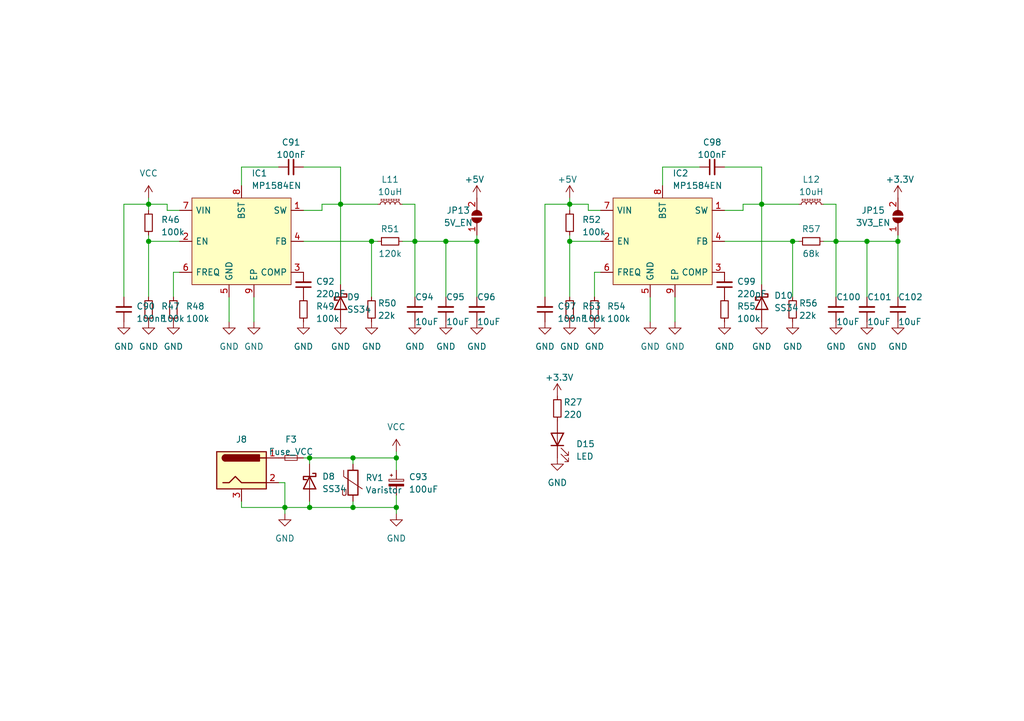
<source format=kicad_sch>
(kicad_sch (version 20230121) (generator eeschema)
  (paper "A5")
  (lib_symbols
    (symbol "Anh_Symbols:Conn_Jack-DC" (pin_names (offset 1.016))
      (property "Reference" "J1" (at 0 8.89 0))
      (symbol "Conn_Jack-DC_0_1"
        (rectangle (start -5.08 3.81) (end 5.08 -3.81) (stroke (width 0.254)) (fill (type background)))
        (arc (start -3.302 3.175) (mid -3.9343 2.54) (end -3.302 1.905) (stroke (width 0.254)))
        (arc (start -3.302 3.175) (mid -3.9343 2.54) (end -3.302 1.905) (stroke (width 0.254)) (fill (type outline)))
        (polyline (pts (xy 5.08 2.54) (xy 3.81 2.54)) (stroke (width 0.254)))
        (polyline (pts (xy -3.81 -2.54) (xy -2.54 -2.54) (xy -1.27 -1.27) (xy 0 -2.54) (xy 2.54 -2.54) (xy 5.08 -2.54)) (stroke (width 0.254)))
        (rectangle (start 3.683 3.175) (end -3.302 1.905) (stroke (width 0.254)) (fill (type outline)))
      )
      (symbol "Conn_Jack-DC_1_1"
        (pin passive line (at 7.62 2.54 180) (length 2.54) (name "~") (number "1"))
        (pin passive line (at 7.62 -2.54 180) (length 2.54) (name "~") (number "2"))
        (pin passive line (at 0 -6.35 90) (length 2.54) (name "~") (number "3"))
      )
    )
    (symbol "Anh_Symbols:MP1584EN" (pin_names (offset 0.762))
      (property "Reference" "IC" (at -5.08 11.43 0))
      (property "Value" "MP1584EN" (at 1.27 11.43 0))
      (symbol "MP1584EN_0_0"
        (pin power_out line (at 12.7 6.35 180) (length 2.54) (name "SW") (number "1"))
        (pin input line (at -12.7 0 0) (length 2.54) (name "EN") (number "2"))
        (pin input line (at 12.7 -6.35 180) (length 2.54) (name "COMP") (number "3"))
        (pin input line (at 12.7 0 180) (length 2.54) (name "FB") (number "4"))
        (pin power_in line (at -2.54 -11.43 90) (length 2.54) (name "GND") (number "5"))
        (pin input line (at -12.7 -6.35 0) (length 2.54) (name "FREQ") (number "6"))
        (pin power_in line (at -12.7 6.35 0) (length 2.54) (name "VIN") (number "7"))
        (pin input line (at 0 11.43 270) (length 2.54) (name "BST") (number "8"))
        (pin power_in line (at 2.54 -11.43 90) (length 2.54) (name "EP") (number "9"))
      )
      (symbol "MP1584EN_0_1"
        (polyline (pts (xy -10.16 8.89) (xy 10.16 8.89) (xy 10.16 -8.89) (xy -10.16 -8.89) (xy -10.16 8.89)) (stroke (width 0.1524)) (fill (type background)))
      )
    )
    (symbol "Device:C_Polarized_Small" (pin_numbers hide) (pin_names (offset 0.254) hide)
      (property "Reference" "C" (at 0.254 1.778 0))
      (property "Value" "C_Polarized_Small" (at 0.254 -2.032 0))
      (symbol "C_Polarized_Small_0_1"
        (rectangle (start -1.524 -0.3048) (end 1.524 -0.6858) (fill (type outline)))
        (rectangle (start -1.524 0.6858) (end 1.524 0.3048))
        (polyline (pts (xy -1.27 1.524) (xy -0.762 1.524)))
        (polyline (pts (xy -1.016 1.27) (xy -1.016 1.778)))
      )
      (symbol "C_Polarized_Small_1_1"
        (pin passive line (at 0 2.54 270) (length 1.8542) (name "~") (number "1"))
        (pin passive line (at 0 -2.54 90) (length 1.8542) (name "~") (number "2"))
      )
    )
    (symbol "Device:C_Small" (pin_numbers hide) (pin_names (offset 0.254) hide)
      (property "Reference" "C" (at 0.254 1.778 0))
      (property "Value" "C_Small" (at 0.254 -2.032 0))
      (symbol "C_Small_0_1"
        (polyline (pts (xy -1.524 -0.508) (xy 1.524 -0.508)) (stroke (width 0.3302)))
        (polyline (pts (xy -1.524 0.508) (xy 1.524 0.508)) (stroke (width 0.3048)))
      )
      (symbol "C_Small_1_1"
        (pin passive line (at 0 2.54 270) (length 2.032) (name "~") (number "1"))
        (pin passive line (at 0 -2.54 90) (length 2.032) (name "~") (number "2"))
      )
    )
    (symbol "Device:Fuse_Small" (pin_numbers hide) (pin_names (offset 0.254) hide)
      (property "Reference" "F" (at 0 -1.524 0))
      (property "Value" "Fuse_Small" (at 0 1.524 0))
      (symbol "Fuse_Small_0_1"
        (rectangle (start -1.27 0.508) (end 1.27 -0.508))
        (polyline (pts (xy -1.27 0) (xy 1.27 0)))
      )
      (symbol "Fuse_Small_1_1"
        (pin passive line (at -2.54 0 0) (length 1.27) (name "~") (number "1"))
        (pin passive line (at 2.54 0 180) (length 1.27) (name "~") (number "2"))
      )
    )
    (symbol "Device:LED" (pin_numbers hide) (pin_names (offset 1.016) hide)
      (property "Reference" "D" (at 0 2.54 0))
      (property "Value" "LED" (at 0 -2.54 0))
      (symbol "LED_0_1"
        (polyline (pts (xy -1.27 -1.27) (xy -1.27 1.27)) (stroke (width 0.254)))
        (polyline (pts (xy -1.27 0) (xy 1.27 0)))
        (polyline (pts (xy 1.27 -1.27) (xy 1.27 1.27) (xy -1.27 0) (xy 1.27 -1.27)) (stroke (width 0.254)))
        (polyline (pts (xy -3.048 -0.762) (xy -4.572 -2.286) (xy -3.81 -2.286) (xy -4.572 -2.286) (xy -4.572 -1.524)))
        (polyline (pts (xy -1.778 -0.762) (xy -3.302 -2.286) (xy -2.54 -2.286) (xy -3.302 -2.286) (xy -3.302 -1.524)))
      )
      (symbol "LED_1_1"
        (pin passive line (at -3.81 0 0) (length 2.54) (name "K") (number "1"))
        (pin passive line (at 3.81 0 180) (length 2.54) (name "A") (number "2"))
      )
    )
    (symbol "Device:L_Ferrite_Small" (pin_numbers hide) (pin_names (offset 0.254) hide)
      (property "Reference" "L" (at 1.27 1.016 0))
      (property "Value" "L_Ferrite_Small" (at 1.27 -1.27 0))
      (symbol "L_Ferrite_Small_0_1"
        (arc (start 0 -2.032) (mid 0.5058 -1.524) (end 0 -1.016))
        (arc (start 0 -1.016) (mid 0.5058 -0.508) (end 0 0))
        (polyline (pts (xy 0.762 -1.905) (xy 0.762 -1.651)))
        (polyline (pts (xy 0.762 -1.397) (xy 0.762 -1.143)))
        (polyline (pts (xy 0.762 -0.889) (xy 0.762 -0.635)))
        (polyline (pts (xy 0.762 -0.381) (xy 0.762 -0.127)))
        (polyline (pts (xy 0.762 0.127) (xy 0.762 0.381)))
        (polyline (pts (xy 0.762 0.635) (xy 0.762 0.889)))
        (polyline (pts (xy 0.762 1.143) (xy 0.762 1.397)))
        (polyline (pts (xy 0.762 1.651) (xy 0.762 1.905)))
        (polyline (pts (xy 1.016 -1.651) (xy 1.016 -1.905)))
        (polyline (pts (xy 1.016 -1.143) (xy 1.016 -1.397)))
        (polyline (pts (xy 1.016 -0.635) (xy 1.016 -0.889)))
        (polyline (pts (xy 1.016 -0.127) (xy 1.016 -0.381)))
        (polyline (pts (xy 1.016 0.381) (xy 1.016 0.127)))
        (polyline (pts (xy 1.016 0.889) (xy 1.016 0.635)))
        (polyline (pts (xy 1.016 1.397) (xy 1.016 1.143)))
        (polyline (pts (xy 1.016 1.905) (xy 1.016 1.651)))
        (arc (start 0 0) (mid 0.5058 0.508) (end 0 1.016))
        (arc (start 0 1.016) (mid 0.5058 1.524) (end 0 2.032))
      )
      (symbol "L_Ferrite_Small_1_1"
        (pin passive line (at 0 2.54 270) (length 0.508) (name "~") (number "1"))
        (pin passive line (at 0 -2.54 90) (length 0.508) (name "~") (number "2"))
      )
    )
    (symbol "Device:R_Small" (pin_numbers hide) (pin_names (offset 0.254) hide)
      (property "Reference" "R" (at 0.762 0.508 0))
      (property "Value" "R_Small" (at 0.762 -1.016 0))
      (symbol "R_Small_0_1"
        (rectangle (start -0.762 1.778) (end 0.762 -1.778) (stroke (width 0.2032)))
      )
      (symbol "R_Small_1_1"
        (pin passive line (at 0 2.54 270) (length 0.762) (name "~") (number "1"))
        (pin passive line (at 0 -2.54 90) (length 0.762) (name "~") (number "2"))
      )
    )
    (symbol "Device:Varistor" (pin_numbers hide) (pin_names (offset 0))
      (property "Reference" "RV" (at 3.175 0 90))
      (property "Value" "Varistor" (at -3.175 0 90))
      (symbol "Varistor_0_0"
        (text "U" (at -1.778 -2.032 0) (effects (font (size 1.27 1.27))))
      )
      (symbol "Varistor_0_1"
        (rectangle (start -1.016 -2.54) (end 1.016 2.54) (stroke (width 0.254)))
        (polyline (pts (xy -1.905 2.54) (xy -1.905 1.27) (xy 1.905 -1.27)))
      )
      (symbol "Varistor_1_1"
        (pin passive line (at 0 3.81 270) (length 1.27) (name "~") (number "1"))
        (pin passive line (at 0 -3.81 90) (length 1.27) (name "~") (number "2"))
      )
    )
    (symbol "Diode:CDBA340-HF" (pin_numbers hide) (pin_names hide)
      (property "Reference" "D" (at 0 2.54 0))
      (property "Value" "CDBA340-HF" (at 0 -2.54 0))
      (symbol "CDBA340-HF_0_1"
        (polyline (pts (xy 1.27 0) (xy -1.27 0)))
        (polyline (pts (xy 1.27 1.27) (xy 1.27 -1.27) (xy -1.27 0) (xy 1.27 1.27)) (stroke (width 0.254)))
        (polyline (pts (xy -1.905 0.635) (xy -1.905 1.27) (xy -1.27 1.27) (xy -1.27 -1.27) (xy -0.635 -1.27) (xy -0.635 -0.635)) (stroke (width 0.254)))
      )
      (symbol "CDBA340-HF_1_1"
        (pin passive line (at -3.81 0 0) (length 2.54) (name "K") (number "1"))
        (pin passive line (at 3.81 0 180) (length 2.54) (name "A") (number "2"))
      )
    )
    (symbol "Jumper:SolderJumper_2_Open" (pin_names (offset 0) hide)
      (property "Reference" "JP" (at 0 2.032 0))
      (property "Value" "SolderJumper_2_Open" (at 0 -2.54 0))
      (symbol "SolderJumper_2_Open_0_1"
        (arc (start -0.254 1.016) (mid -1.2656 0) (end -0.254 -1.016))
        (arc (start -0.254 1.016) (mid -1.2656 0) (end -0.254 -1.016) (fill (type outline)))
        (polyline (pts (xy -0.254 1.016) (xy -0.254 -1.016)))
        (polyline (pts (xy 0.254 1.016) (xy 0.254 -1.016)))
        (arc (start 0.254 -1.016) (mid 1.2656 0) (end 0.254 1.016))
        (arc (start 0.254 -1.016) (mid 1.2656 0) (end 0.254 1.016) (fill (type outline)))
      )
      (symbol "SolderJumper_2_Open_1_1"
        (pin passive line (at -3.81 0 0) (length 2.54) (name "A") (number "1"))
        (pin passive line (at 3.81 0 180) (length 2.54) (name "B") (number "2"))
      )
    )
    (symbol "MP1584EN_1" (pin_names (offset 0.762))
      (property "Reference" "IC" (at -5.08 11.43 0))
      (property "Value" "MP1584EN_1" (at 1.27 11.43 0))
      (symbol "MP1584EN_1_0_0"
        (pin power_out line (at 12.7 6.35 180) (length 2.54) (name "SW") (number "1"))
        (pin input line (at -12.7 0 0) (length 2.54) (name "EN") (number "2"))
        (pin input line (at 12.7 -6.35 180) (length 2.54) (name "COMP") (number "3"))
        (pin input line (at 12.7 0 180) (length 2.54) (name "FB") (number "4"))
        (pin power_in line (at -2.54 -11.43 90) (length 2.54) (name "GND") (number "5"))
        (pin input line (at -12.7 -6.35 0) (length 2.54) (name "FREQ") (number "6"))
        (pin power_in line (at -12.7 6.35 0) (length 2.54) (name "VIN") (number "7"))
        (pin input line (at 0 11.43 270) (length 2.54) (name "BST") (number "8"))
        (pin power_in line (at 2.54 -11.43 90) (length 2.54) (name "EP") (number "9"))
      )
      (symbol "MP1584EN_1_0_1"
        (polyline (pts (xy -10.16 8.89) (xy 10.16 8.89) (xy 10.16 -8.89) (xy -10.16 -8.89) (xy -10.16 8.89)) (stroke (width 0.1524)) (fill (type background)))
      )
    )
    (symbol "power:+3.3V" (power) (pin_names (offset 0))
      (property "Value" "+3.3V" (at 0 3.556 0))
      (symbol "+3.3V_0_1"
        (polyline (pts (xy -0.762 1.27) (xy 0 2.54)))
        (polyline (pts (xy 0 0) (xy 0 2.54)))
        (polyline (pts (xy 0 2.54) (xy 0.762 1.27)))
      )
      (symbol "+3.3V_1_1"
        (pin power_in line (at 0 0 90) (length 0) hide (name "+3.3V") (number "1"))
      )
    )
    (symbol "power:+5V" (power) (pin_names (offset 0))
      (property "Value" "+5V" (at 0 3.556 0))
      (symbol "+5V_0_1"
        (polyline (pts (xy -0.762 1.27) (xy 0 2.54)))
        (polyline (pts (xy 0 0) (xy 0 2.54)))
        (polyline (pts (xy 0 2.54) (xy 0.762 1.27)))
      )
      (symbol "+5V_1_1"
        (pin power_in line (at 0 0 90) (length 0) hide (name "+5V") (number "1"))
      )
    )
    (symbol "power:GND" (power) (pin_names (offset 0))
      (property "Value" "GND" (at 0 -3.81 0))
      (symbol "GND_0_1"
        (polyline (pts (xy 0 0) (xy 0 -1.27) (xy 1.27 -1.27) (xy 0 -2.54) (xy -1.27 -1.27) (xy 0 -1.27)))
      )
      (symbol "GND_1_1"
        (pin power_in line (at 0 0 270) (length 0) hide (name "GND") (number "1"))
      )
    )
    (symbol "power:VCC" (power) (pin_names (offset 0))
      (property "Value" "VCC" (at 0 3.81 0))
      (symbol "VCC_0_1"
        (polyline (pts (xy -0.762 1.27) (xy 0 2.54)))
        (polyline (pts (xy 0 0) (xy 0 2.54)))
        (polyline (pts (xy 0 2.54) (xy 0.762 1.27)))
      )
      (symbol "VCC_1_1"
        (pin power_in line (at 0 0 90) (length 0) hide (name "VCC") (number "1"))
      )
    )
  )
  (junction (at 177.8 49.53))
  (junction (at 69.85 41.91))
  (junction (at 184.15 49.53))
  (junction (at 30.48 49.53))
  (junction (at 72.39 104.14))
  (junction (at 116.84 49.53))
  (junction (at 156.21 41.91))
  (junction (at 30.48 41.91))
  (junction (at 76.2 49.53))
  (junction (at 97.79 49.53))
  (junction (at 162.56 49.53))
  (junction (at 91.44 49.53))
  (junction (at 85.09 49.53))
  (junction (at 58.42 104.14))
  (junction (at 171.45 49.53))
  (junction (at 72.39 93.98))
  (junction (at 81.28 93.98))
  (junction (at 63.5 93.98))
  (junction (at 81.28 104.14))
  (junction (at 63.5 104.14))
  (junction (at 116.84 41.91))
  (wire (pts (xy 76.2 49.53) (xy 62.23 49.53)))
  (wire (pts (xy 116.84 40.64) (xy 116.84 41.91)))
  (wire (pts (xy 156.21 41.91) (xy 152.4 41.91)))
  (wire (pts (xy 156.21 41.91) (xy 163.83 41.91)))
  (wire (pts (xy 152.4 41.91) (xy 152.4 43.18)))
  (wire (pts (xy 91.44 60.96) (xy 91.44 49.53)))
  (wire (pts (xy 123.19 49.53) (xy 116.84 49.53)))
  (wire (pts (xy 35.56 60.96) (xy 35.56 55.88)))
  (wire (pts (xy 81.28 92.71) (xy 81.28 93.98)))
  (wire (pts (xy 133.35 60.96) (xy 133.35 66.04)))
  (wire (pts (xy 52.07 60.96) (xy 52.07 66.04)))
  (wire (pts (xy 63.5 93.98) (xy 62.23 93.98)))
  (wire (pts (xy 168.91 41.91) (xy 171.45 41.91)))
  (wire (pts (xy 143.51 34.29) (xy 135.89 34.29)))
  (wire (pts (xy 91.44 49.53) (xy 97.79 49.53)))
  (wire (pts (xy 57.15 34.29) (xy 49.53 34.29)))
  (wire (pts (xy 85.09 41.91) (xy 85.09 49.53)))
  (wire (pts (xy 46.99 60.96) (xy 46.99 66.04)))
  (wire (pts (xy 30.48 41.91) (xy 30.48 43.18)))
  (wire (pts (xy 121.92 55.88) (xy 123.19 55.88)))
  (wire (pts (xy 152.4 43.18) (xy 148.59 43.18)))
  (wire (pts (xy 72.39 93.98) (xy 72.39 95.25)))
  (wire (pts (xy 121.92 60.96) (xy 121.92 55.88)))
  (wire (pts (xy 25.4 60.96) (xy 25.4 41.91)))
  (wire (pts (xy 76.2 60.96) (xy 76.2 49.53)))
  (wire (pts (xy 111.76 41.91) (xy 116.84 41.91)))
  (wire (pts (xy 171.45 49.53) (xy 171.45 60.96)))
  (wire (pts (xy 171.45 49.53) (xy 168.91 49.53)))
  (wire (pts (xy 116.84 49.53) (xy 116.84 48.26)))
  (wire (pts (xy 184.15 48.26) (xy 184.15 49.53)))
  (wire (pts (xy 116.84 49.53) (xy 116.84 60.96)))
  (wire (pts (xy 25.4 41.91) (xy 30.48 41.91)))
  (wire (pts (xy 76.2 49.53) (xy 77.47 49.53)))
  (wire (pts (xy 34.29 43.18) (xy 34.29 41.91)))
  (wire (pts (xy 66.04 43.18) (xy 62.23 43.18)))
  (wire (pts (xy 69.85 41.91) (xy 66.04 41.91)))
  (wire (pts (xy 69.85 41.91) (xy 77.47 41.91)))
  (wire (pts (xy 81.28 93.98) (xy 81.28 96.52)))
  (wire (pts (xy 81.28 104.14) (xy 81.28 105.41)))
  (wire (pts (xy 120.65 41.91) (xy 116.84 41.91)))
  (wire (pts (xy 30.48 40.64) (xy 30.48 41.91)))
  (wire (pts (xy 91.44 49.53) (xy 85.09 49.53)))
  (wire (pts (xy 177.8 49.53) (xy 171.45 49.53)))
  (wire (pts (xy 69.85 41.91) (xy 69.85 58.42)))
  (wire (pts (xy 97.79 48.26) (xy 97.79 49.53)))
  (wire (pts (xy 57.15 99.06) (xy 58.42 99.06)))
  (wire (pts (xy 49.53 34.29) (xy 49.53 38.1)))
  (wire (pts (xy 85.09 49.53) (xy 82.55 49.53)))
  (wire (pts (xy 69.85 34.29) (xy 69.85 41.91)))
  (wire (pts (xy 36.83 49.53) (xy 30.48 49.53)))
  (wire (pts (xy 162.56 49.53) (xy 148.59 49.53)))
  (wire (pts (xy 72.39 104.14) (xy 63.5 104.14)))
  (wire (pts (xy 30.48 49.53) (xy 30.48 60.96)))
  (wire (pts (xy 49.53 104.14) (xy 49.53 102.87)))
  (wire (pts (xy 156.21 34.29) (xy 156.21 41.91)))
  (wire (pts (xy 162.56 49.53) (xy 163.83 49.53)))
  (wire (pts (xy 72.39 104.14) (xy 81.28 104.14)))
  (wire (pts (xy 66.04 41.91) (xy 66.04 43.18)))
  (wire (pts (xy 177.8 49.53) (xy 184.15 49.53)))
  (wire (pts (xy 148.59 34.29) (xy 156.21 34.29)))
  (wire (pts (xy 116.84 41.91) (xy 116.84 43.18)))
  (wire (pts (xy 63.5 104.14) (xy 58.42 104.14)))
  (wire (pts (xy 36.83 43.18) (xy 34.29 43.18)))
  (wire (pts (xy 135.89 34.29) (xy 135.89 38.1)))
  (wire (pts (xy 72.39 102.87) (xy 72.39 104.14)))
  (wire (pts (xy 85.09 49.53) (xy 85.09 60.96)))
  (wire (pts (xy 81.28 101.6) (xy 81.28 104.14)))
  (wire (pts (xy 58.42 104.14) (xy 49.53 104.14)))
  (wire (pts (xy 177.8 60.96) (xy 177.8 49.53)))
  (wire (pts (xy 123.19 43.18) (xy 120.65 43.18)))
  (wire (pts (xy 82.55 41.91) (xy 85.09 41.91)))
  (wire (pts (xy 58.42 99.06) (xy 58.42 104.14)))
  (wire (pts (xy 35.56 55.88) (xy 36.83 55.88)))
  (wire (pts (xy 171.45 41.91) (xy 171.45 49.53)))
  (wire (pts (xy 34.29 41.91) (xy 30.48 41.91)))
  (wire (pts (xy 63.5 93.98) (xy 72.39 93.98)))
  (wire (pts (xy 162.56 60.96) (xy 162.56 49.53)))
  (wire (pts (xy 156.21 41.91) (xy 156.21 58.42)))
  (wire (pts (xy 63.5 95.25) (xy 63.5 93.98)))
  (wire (pts (xy 72.39 93.98) (xy 81.28 93.98)))
  (wire (pts (xy 111.76 60.96) (xy 111.76 41.91)))
  (wire (pts (xy 120.65 43.18) (xy 120.65 41.91)))
  (wire (pts (xy 30.48 49.53) (xy 30.48 48.26)))
  (wire (pts (xy 62.23 34.29) (xy 69.85 34.29)))
  (wire (pts (xy 97.79 49.53) (xy 97.79 60.96)))
  (wire (pts (xy 184.15 49.53) (xy 184.15 60.96)))
  (wire (pts (xy 63.5 102.87) (xy 63.5 104.14)))
  (wire (pts (xy 138.43 60.96) (xy 138.43 66.04)))
  (wire (pts (xy 58.42 104.14) (xy 58.42 105.41)))
  (symbol (lib_id "Device:C_Small") (at 62.23 58.42 180) (unit 1)
    (property "Reference" "C92" (at 64.77 57.7786 0) (effects (justify right)))
    (property "Value" "220pF" (at 64.77 60.3186 0) (effects (justify right)))
    (property "Footprint" "Anh_Footprints:C_0603" (effects hide))
  )
  (symbol (lib_id "Diode:CDBA340-HF") (at 69.85 62.23 270) (unit 1)
    (property "Reference" "D9" (at 71.12 60.96 90) (effects (justify left)))
    (property "Value" "SS34" (at 71.12 63.5 90) (effects (justify left)))
    (property "Footprint" "Anh_Footprints:D_SMA" (effects hide))
    (property "Datasheet" "https://www.comchiptech.com/admin/files/product/CDBA340-HF%20Thru193640.%20CDBA3100-HF%20RevB.pdf" (effects hide))
  )
  (symbol (lib_id "Device:R_Small") (at 166.37 49.53 90) (unit 1)
    (property "Reference" "R57" (at 166.37 46.99 90))
    (property "Value" "68k" (at 166.37 52.07 90))
    (property "Footprint" "Anh_Footprints:R_0603" (effects hide))
  )
  (symbol (lib_id "Device:L_Ferrite_Small") (at 166.37 41.91 90) (unit 1)
    (property "Reference" "L12" (at 166.37 36.83 90))
    (property "Value" "10uH" (at 166.37 39.37 90))
    (property "Footprint" "Inductor_SMD:L_Abracon_ASPI-0630LR" (effects hide))
  )
  (symbol (lib_id "power:GND") (at 52.07 66.04 0) (unit 1)
    (property "Reference" "#PWR0128" (effects hide))
    (property "Value" "GND" (at 52.07 71.12 0))
  )
  (symbol (lib_id "power:GND") (at 85.09 66.04 0) (unit 1)
    (property "Reference" "#PWR0135" (effects hide))
    (property "Value" "GND" (at 85.09 71.12 0))
  )
  (symbol (lib_id "power:GND") (at 97.79 66.04 0) (unit 1)
    (property "Reference" "#PWR0138" (effects hide))
    (property "Value" "GND" (at 97.79 71.12 0))
  )
  (symbol (lib_id "power:GND") (at 114.3 93.98 0) (unit 1)
    (property "Reference" "#PWR0188" (effects hide))
    (property "Value" "GND" (at 114.3 99.06 0))
  )
  (symbol (lib_id "power:+5V") (at 116.84 40.64 0) (unit 1)
    (property "Reference" "#PWR0139" (effects hide))
    (property "Value" "+5V" (at 114.3 36.83 0) (effects (justify left)))
  )
  (symbol (lib_id "power:GND") (at 25.4 66.04 0) (unit 1)
    (property "Reference" "#PWR0123" (effects hide))
    (property "Value" "GND" (at 25.4 71.12 0))
  )
  (symbol (lib_id "power:GND") (at 91.44 66.04 0) (unit 1)
    (property "Reference" "#PWR0136" (effects hide))
    (property "Value" "GND" (at 91.44 71.12 0))
  )
  (symbol (lib_id "power:GND") (at 69.85 66.04 0) (unit 1)
    (property "Reference" "#PWR0131" (effects hide))
    (property "Value" "GND" (at 69.85 71.12 0))
  )
  (symbol (lib_id "Device:L_Ferrite_Small") (at 80.01 41.91 90) (unit 1)
    (property "Reference" "L11" (at 80.01 36.83 90))
    (property "Value" "10uH" (at 80.01 39.37 90))
    (property "Footprint" "Inductor_SMD:L_Abracon_ASPI-0630LR" (effects hide))
  )
  (symbol (lib_id "power:GND") (at 148.59 66.04 0) (unit 1)
    (property "Reference" "#PWR0146" (effects hide))
    (property "Value" "GND" (at 148.59 71.12 0))
  )
  (symbol (lib_id "Device:LED") (at 114.3 90.17 90) (unit 1)
    (property "Reference" "D15" (at 118.11 91.1225 90) (effects (justify right)))
    (property "Value" "LED" (at 118.11 93.6625 90) (effects (justify right)))
    (property "Footprint" "Anh_Footprints:LED_0603" (effects hide))
  )
  (symbol (lib_id "Diode:CDBA340-HF") (at 156.21 62.23 270) (unit 1)
    (property "Reference" "D10" (at 158.75 60.6424 90) (effects (justify left)))
    (property "Value" "SS34" (at 158.75 63.1824 90) (effects (justify left)))
    (property "Footprint" "Anh_Footprints:D_SMA" (effects hide))
    (property "Datasheet" "https://www.comchiptech.com/admin/files/product/CDBA340-HF%20Thru193640.%20CDBA3100-HF%20RevB.pdf" (effects hide))
  )
  (symbol (lib_id "Device:R_Small") (at 121.92 63.5 0) (unit 1)
    (property "Reference" "R54" (at 124.46 62.865 0) (effects (justify left)))
    (property "Value" "100k" (at 124.46 65.405 0) (effects (justify left)))
    (property "Footprint" "Anh_Footprints:R_0603" (effects hide))
  )
  (symbol (lib_id "Device:C_Small") (at 97.79 63.5 180) (unit 1)
    (property "Reference" "C96" (at 97.79 60.96 0) (effects (justify right)))
    (property "Value" "10uF" (at 97.79 66.04 0) (effects (justify right)))
    (property "Footprint" "Anh_Footprints:C_1210" (effects hide))
  )
  (symbol (lib_id "power:GND") (at 121.92 66.04 0) (unit 1)
    (property "Reference" "#PWR0143" (effects hide))
    (property "Value" "GND" (at 121.92 71.12 0))
  )
  (symbol (lib_id "Device:C_Small") (at 184.15 63.5 180) (unit 1)
    (property "Reference" "C102" (at 184.15 60.96 0) (effects (justify right)))
    (property "Value" "10uF" (at 184.15 66.04 0) (effects (justify right)))
    (property "Footprint" "Anh_Footprints:C_1210" (effects hide))
  )
  (symbol (lib_id "Device:C_Small") (at 177.8 63.5 180) (unit 1)
    (property "Reference" "C101" (at 177.8 60.96 0) (effects (justify right)))
    (property "Value" "10uF" (at 177.8 66.04 0) (effects (justify right)))
    (property "Footprint" "Anh_Footprints:C_1210" (effects hide))
  )
  (symbol (lib_id "power:GND") (at 138.43 66.04 0) (unit 1)
    (property "Reference" "#PWR0145" (effects hide))
    (property "Value" "GND" (at 138.43 71.12 0))
  )
  (symbol (lib_id "power:VCC") (at 81.28 92.71 0) (unit 1)
    (property "Reference" "#PWR0133" (effects hide))
    (property "Value" "VCC" (at 81.28 87.63 0))
  )
  (symbol (lib_id "Jumper:SolderJumper_2_Open") (at 97.79 44.45 90) (unit 1)
    (property "Reference" "JP13" (at 93.98 43.18 90))
    (property "Value" "5V_EN" (at 93.98 45.72 90))
    (property "Footprint" "Jumper:SolderJumper-2_P1.3mm_Open_RoundedPad1.0x1.5mm" (effects hide))
  )
  (symbol (lib_id "power:GND") (at 46.99 66.04 0) (unit 1)
    (property "Reference" "#PWR0127" (effects hide))
    (property "Value" "GND" (at 46.99 71.12 0))
  )
  (symbol (lib_id "power:+5V") (at 97.79 40.64 0) (unit 1)
    (property "Reference" "#PWR0137" (effects hide))
    (property "Value" "+5V" (at 95.25 36.83 0) (effects (justify left)))
  )
  (symbol (lib_id "Device:R_Small") (at 162.56 63.5 0) (unit 1)
    (property "Reference" "R56" (at 163.83 62.23 0) (effects (justify left)))
    (property "Value" "22k" (at 163.83 64.77 0) (effects (justify left)))
    (property "Footprint" "Anh_Footprints:R_0603" (effects hide))
  )
  (symbol (lib_id "Device:R_Small") (at 62.23 63.5 0) (unit 1)
    (property "Reference" "R49" (at 64.77 62.865 0) (effects (justify left)))
    (property "Value" "100k" (at 64.77 65.405 0) (effects (justify left)))
    (property "Footprint" "Anh_Footprints:R_0603" (effects hide))
  )
  (symbol (lib_id "power:GND") (at 171.45 66.04 0) (unit 1)
    (property "Reference" "#PWR0149" (effects hide))
    (property "Value" "GND" (at 171.45 71.12 0))
  )
  (symbol (lib_id "Jumper:SolderJumper_2_Open") (at 184.15 44.45 90) (unit 1)
    (property "Reference" "JP15" (at 179.07 43.18 90))
    (property "Value" "3V3_EN" (at 179.07 45.72 90))
    (property "Footprint" "Jumper:SolderJumper-2_P1.3mm_Open_RoundedPad1.0x1.5mm" (effects hide))
  )
  (symbol (lib_id "power:GND") (at 156.21 66.04 0) (unit 1)
    (property "Reference" "#PWR0147" (effects hide))
    (property "Value" "GND" (at 156.21 71.12 0))
  )
  (symbol (lib_id "power:GND") (at 58.42 105.41 0) (unit 1)
    (property "Reference" "#PWR0129" (effects hide))
    (property "Value" "GND" (at 58.42 110.49 0))
  )
  (symbol (lib_id "Device:Varistor") (at 72.39 99.06 0) (unit 1)
    (property "Reference" "RV1" (at 74.93 98.0431 0) (effects (justify left)))
    (property "Value" "Varistor" (at 74.93 100.5831 0) (effects (justify left)))
    (property "Footprint" "Varistor:RV_Disc_D9mm_W3.3mm_P5mm" (effects hide))
  )
  (symbol (lib_id "Device:C_Small") (at 25.4 63.5 180) (unit 1)
    (property "Reference" "C90" (at 27.94 62.8586 0) (effects (justify right)))
    (property "Value" "100nF" (at 27.94 65.3986 0) (effects (justify right)))
    (property "Footprint" "Anh_Footprints:C_0603" (effects hide))
  )
  (symbol (lib_id "Device:R_Small") (at 76.2 63.5 0) (unit 1)
    (property "Reference" "R50" (at 77.47 62.23 0) (effects (justify left)))
    (property "Value" "22k" (at 77.47 64.77 0) (effects (justify left)))
    (property "Footprint" "Anh_Footprints:R_0603" (effects hide))
  )
  (symbol (lib_id "power:+3.3V") (at 184.15 40.64 0) (unit 1)
    (property "Reference" "#PWR0151" (effects hide))
    (property "Value" "+3.3V" (at 181.61 36.83 0) (effects (justify left)))
  )
  (symbol (lib_id "power:GND") (at 177.8 66.04 0) (unit 1)
    (property "Reference" "#PWR0150" (effects hide))
    (property "Value" "GND" (at 177.8 71.12 0))
  )
  (symbol (lib_id "Device:R_Small") (at 116.84 63.5 0) (unit 1)
    (property "Reference" "R53" (at 119.38 62.865 0) (effects (justify left)))
    (property "Value" "100k" (at 119.38 65.405 0) (effects (justify left)))
    (property "Footprint" "Anh_Footprints:R_0603" (effects hide))
  )
  (symbol (lib_id "Device:R_Small") (at 30.48 45.72 0) (unit 1)
    (property "Reference" "R46" (at 33.02 45.085 0) (effects (justify left)))
    (property "Value" "100k" (at 33.02 47.625 0) (effects (justify left)))
    (property "Footprint" "Anh_Footprints:R_0603" (effects hide))
  )
  (symbol (lib_id "power:GND") (at 184.15 66.04 0) (unit 1)
    (property "Reference" "#PWR0152" (effects hide))
    (property "Value" "GND" (at 184.15 71.12 0))
  )
  (symbol (lib_id "Device:C_Small") (at 146.05 34.29 90) (unit 1)
    (property "Reference" "C98" (at 146.0563 29.21 90))
    (property "Value" "100nF" (at 146.0563 31.75 90))
    (property "Footprint" "Anh_Footprints:C_0603" (effects hide))
  )
  (symbol (lib_id "Device:R_Small") (at 114.3 83.82 0) (unit 1)
    (property "Reference" "R27" (at 115.57 82.55 0) (effects (justify left)))
    (property "Value" "220" (at 115.57 85.09 0) (effects (justify left)))
    (property "Footprint" "Anh_Footprints:R_0603" (effects hide))
  )
  (symbol (lib_id "Device:R_Small") (at 80.01 49.53 90) (unit 1)
    (property "Reference" "R51" (at 80.01 46.99 90))
    (property "Value" "120k" (at 80.01 52.07 90))
    (property "Footprint" "Anh_Footprints:R_0603" (effects hide))
  )
  (symbol (lib_id "power:GND") (at 116.84 66.04 0) (unit 1)
    (property "Reference" "#PWR0141" (effects hide))
    (property "Value" "GND" (at 116.84 71.12 0))
  )
  (symbol (lib_id "power:GND") (at 62.23 66.04 0) (unit 1)
    (property "Reference" "#PWR0130" (effects hide))
    (property "Value" "GND" (at 62.23 71.12 0))
  )
  (symbol (lib_id "Device:R_Small") (at 30.48 63.5 0) (unit 1)
    (property "Reference" "R47" (at 33.02 62.865 0) (effects (justify left)))
    (property "Value" "100k" (at 33.02 65.405 0) (effects (justify left)))
    (property "Footprint" "Anh_Footprints:R_0603" (effects hide))
  )
  (symbol (lib_id "power:GND") (at 35.56 66.04 0) (unit 1)
    (property "Reference" "#PWR0126" (effects hide))
    (property "Value" "GND" (at 35.56 71.12 0))
  )
  (symbol (lib_id "Device:C_Small") (at 85.09 63.5 180) (unit 1)
    (property "Reference" "C94" (at 85.09 60.96 0) (effects (justify right)))
    (property "Value" "10uF" (at 85.09 66.04 0) (effects (justify right)))
    (property "Footprint" "Anh_Footprints:C_1210" (effects hide))
  )
  (symbol (lib_id "power:GND") (at 81.28 105.41 0) (unit 1)
    (property "Reference" "#PWR0134" (effects hide))
    (property "Value" "GND" (at 81.28 110.49 0))
  )
  (symbol (lib_id "power:GND") (at 30.48 66.04 0) (unit 1)
    (property "Reference" "#PWR0125" (effects hide))
    (property "Value" "GND" (at 30.48 71.12 0))
  )
  (symbol (lib_id "Device:C_Small") (at 171.45 63.5 180) (unit 1)
    (property "Reference" "C100" (at 171.45 60.96 0) (effects (justify right)))
    (property "Value" "10uF" (at 171.45 66.04 0) (effects (justify right)))
    (property "Footprint" "Anh_Footprints:C_1210" (effects hide))
  )
  (symbol (lib_id "Device:Fuse_Small") (at 59.69 93.98 0) (unit 1)
    (property "Reference" "F3" (at 59.69 90.17 0))
    (property "Value" "Fuse_VCC" (at 59.69 92.71 0))
    (property "Footprint" "Anh_Footprints:F_1206" (effects hide))
  )
  (symbol (lib_id "Anh_Symbols:MP1584EN") (at 49.53 49.53 0) (unit 1)
    (property "Reference" "IC1" (at 51.5494 35.56 0) (effects (justify left)))
    (property "Value" "MP1584EN" (at 51.5494 38.1 0) (effects (justify left)))
    (property "Footprint" "Anh_Footprints:SOIC-8_PAD_VIAS" (effects hide))
    (property "Datasheet" " " (effects hide))
    (property "Description" " " (effects hide))
    (property "Height" " " (effects hide))
    (property "Manufacturer_Name" " " (effects hide))
    (property "Manufacturer_Part_Number" " " (effects hide))
    (property "Mouser Part Number" " " (effects hide))
    (property "Mouser Price/Stock" " " (effects hide))
  )
  (symbol (lib_name "MP1584EN_1") (lib_id "Anh_Symbols:MP1584EN") (at 135.89 49.53 0) (unit 1)
    (property "Reference" "IC2" (at 137.9094 35.56 0) (effects (justify left)))
    (property "Value" "MP1584EN" (at 137.9094 38.1 0) (effects (justify left)))
    (property "Footprint" "Anh_Footprints:SOIC-8_PAD_VIAS" (effects hide))
    (property "Datasheet" " " (effects hide))
    (property "Description" " " (effects hide))
    (property "Height" " " (effects hide))
    (property "Manufacturer_Name" " " (effects hide))
    (property "Manufacturer_Part_Number" " " (effects hide))
    (property "Mouser Part Number" " " (effects hide))
    (property "Mouser Price/Stock" " " (effects hide))
  )
  (symbol (lib_id "power:GND") (at 162.56 66.04 0) (unit 1)
    (property "Reference" "#PWR0148" (effects hide))
    (property "Value" "GND" (at 162.56 71.12 0))
  )
  (symbol (lib_id "Device:R_Small") (at 116.84 45.72 0) (unit 1)
    (property "Reference" "R52" (at 119.38 45.085 0) (effects (justify left)))
    (property "Value" "100k" (at 119.38 47.625 0) (effects (justify left)))
    (property "Footprint" "Anh_Footprints:R_0603" (effects hide))
  )
  (symbol (lib_id "Device:R_Small") (at 35.56 63.5 0) (unit 1)
    (property "Reference" "R48" (at 38.1 62.865 0) (effects (justify left)))
    (property "Value" "100k" (at 38.1 65.405 0) (effects (justify left)))
    (property "Footprint" "Anh_Footprints:R_0603" (effects hide))
  )
  (symbol (lib_id "power:VCC") (at 30.48 40.64 0) (unit 1)
    (property "Reference" "#PWR0124" (effects hide))
    (property "Value" "VCC" (at 30.48 35.56 0))
  )
  (symbol (lib_id "power:GND") (at 76.2 66.04 0) (unit 1)
    (property "Reference" "#PWR0132" (effects hide))
    (property "Value" "GND" (at 76.2 71.12 0))
  )
  (symbol (lib_id "power:GND") (at 133.35 66.04 0) (unit 1)
    (property "Reference" "#PWR0144" (effects hide))
    (property "Value" "GND" (at 133.35 71.12 0))
  )
  (symbol (lib_id "Device:C_Small") (at 111.76 63.5 180) (unit 1)
    (property "Reference" "C97" (at 114.3 62.8586 0) (effects (justify right)))
    (property "Value" "100nF" (at 114.3 65.3986 0) (effects (justify right)))
    (property "Footprint" "Anh_Footprints:C_0603" (effects hide))
  )
  (symbol (lib_id "power:+3.3V") (at 114.3 81.28 0) (unit 1)
    (property "Reference" "#PWR0187" (effects hide))
    (property "Value" "+3.3V" (at 111.76 77.47 0) (effects (justify left)))
  )
  (symbol (lib_id "Device:C_Small") (at 148.59 58.42 180) (unit 1)
    (property "Reference" "C99" (at 151.13 57.7786 0) (effects (justify right)))
    (property "Value" "220pF" (at 151.13 60.3186 0) (effects (justify right)))
    (property "Footprint" "Anh_Footprints:C_0603" (effects hide))
  )
  (symbol (lib_id "Device:C_Polarized_Small") (at 81.28 99.06 0) (unit 1)
    (property "Reference" "C93" (at 83.82 97.8789 0) (effects (justify left)))
    (property "Value" "100uF" (at 83.82 100.4189 0) (effects (justify left)))
    (property "Footprint" "Capacitor_SMD:CP_Elec_6.3x5.4" (effects hide))
  )
  (symbol (lib_id "Device:C_Small") (at 59.69 34.29 90) (unit 1)
    (property "Reference" "C91" (at 59.6963 29.21 90))
    (property "Value" "100nF" (at 59.6963 31.75 90))
    (property "Footprint" "Anh_Footprints:C_0603" (effects hide))
  )
  (symbol (lib_id "Anh_Symbols:Conn_Jack-DC") (at 49.53 96.52 0) (unit 1)
    (property "Reference" "J8" (at 49.53 90.17 0))
    (property "Value" "Conn_Jack-DC" (effects hide))
    (property "Footprint" "Anh_Footprints:DC_PowerJack_5mm_THT" (effects hide))
  )
  (symbol (lib_id "Diode:CDBA340-HF") (at 63.5 99.06 270) (unit 1)
    (property "Reference" "D8" (at 66.04 97.79 90) (effects (justify left)))
    (property "Value" "SS34" (at 66.04 100.33 90) (effects (justify left)))
    (property "Footprint" "Anh_Footprints:D_SMA" (effects hide))
    (property "Datasheet" "https://www.comchiptech.com/admin/files/product/CDBA340-HF%20Thru193640.%20CDBA3100-HF%20RevB.pdf" (effects hide))
  )
  (symbol (lib_id "Device:C_Small") (at 91.44 63.5 180) (unit 1)
    (property "Reference" "C95" (at 91.44 60.96 0) (effects (justify right)))
    (property "Value" "10uF" (at 91.44 66.04 0) (effects (justify right)))
    (property "Footprint" "Anh_Footprints:C_1210" (effects hide))
  )
  (symbol (lib_id "Device:R_Small") (at 148.59 63.5 0) (unit 1)
    (property "Reference" "R55" (at 151.13 62.865 0) (effects (justify left)))
    (property "Value" "100k" (at 151.13 65.405 0) (effects (justify left)))
    (property "Footprint" "Anh_Footprints:R_0603" (effects hide))
  )
  (symbol (lib_id "power:GND") (at 111.76 66.04 0) (unit 1)
    (property "Reference" "#PWR0140" (effects hide))
    (property "Value" "GND" (at 111.76 71.12 0))
  )
)
</source>
